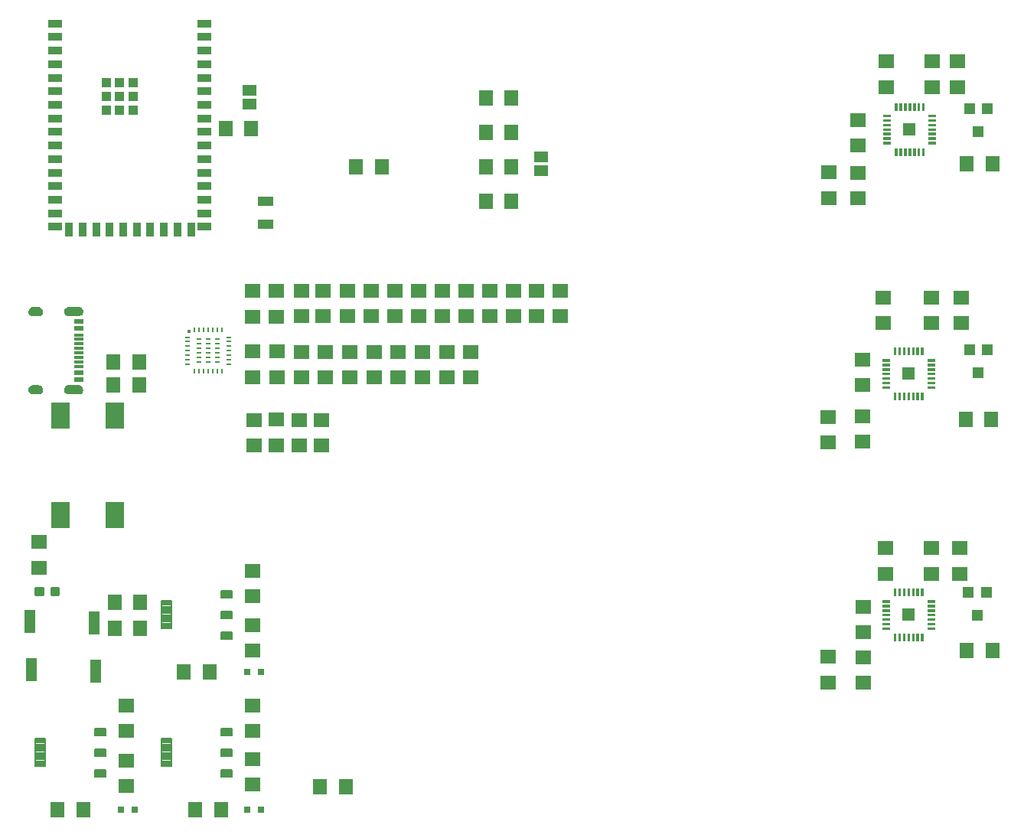
<source format=gbr>
G04 EAGLE Gerber RS-274X export*
G75*
%MOMM*%
%FSLAX34Y34*%
%LPD*%
%INSolderpaste Top*%
%IPPOS*%
%AMOC8*
5,1,8,0,0,1.08239X$1,22.5*%
G01*
%ADD10R,1.800000X1.600000*%
%ADD11C,0.300000*%
%ADD12R,1.000000X0.300000*%
%ADD13R,1.000000X0.600000*%
%ADD14R,1.803000X1.600000*%
%ADD15R,1.600000X1.803000*%
%ADD16R,1.500000X0.900000*%
%ADD17R,0.900000X1.500000*%
%ADD18R,1.100000X1.100000*%
%ADD19R,1.800000X1.000000*%
%ADD20R,2.000000X3.000000*%
%ADD21C,0.052000*%
%ADD22R,1.400000X1.400000*%
%ADD23R,0.560000X0.260000*%
%ADD24R,0.260000X0.560000*%
%ADD25R,0.400000X0.400000*%
%ADD26C,0.139500*%
%ADD27C,0.196500*%
%ADD28R,0.800000X0.800000*%
%ADD29R,1.600000X1.800000*%
%ADD30R,1.270000X2.540000*%
%ADD31R,1.300000X1.300000*%
%ADD32R,1.200000X1.250000*%
%ADD33R,1.600200X1.168400*%

G36*
X73005Y574054D02*
X73005Y574054D01*
X73008Y574051D01*
X74103Y574231D01*
X74109Y574237D01*
X74114Y574234D01*
X75142Y574653D01*
X75146Y574660D01*
X75151Y574658D01*
X76060Y575296D01*
X76063Y575303D01*
X76068Y575303D01*
X76812Y576126D01*
X76813Y576134D01*
X76819Y576135D01*
X77361Y577103D01*
X77360Y577112D01*
X77366Y577114D01*
X77679Y578178D01*
X77676Y578186D01*
X77681Y578189D01*
X77749Y579297D01*
X77745Y579304D01*
X77749Y579307D01*
X77579Y580415D01*
X77573Y580421D01*
X77576Y580426D01*
X77164Y581468D01*
X77157Y581472D01*
X77159Y581477D01*
X76525Y582402D01*
X76517Y582404D01*
X76518Y582410D01*
X75695Y583170D01*
X75686Y583171D01*
X75686Y583177D01*
X74714Y583734D01*
X74706Y583733D01*
X74704Y583739D01*
X73632Y584066D01*
X73624Y584063D01*
X73621Y584068D01*
X72504Y584149D01*
X72501Y584148D01*
X72500Y584149D01*
X60500Y584149D01*
X60497Y584147D01*
X60490Y584147D01*
X60489Y584148D01*
X59545Y583929D01*
X59539Y583923D01*
X59534Y583925D01*
X58662Y583502D01*
X58659Y583494D01*
X58653Y583496D01*
X57897Y582889D01*
X57895Y582881D01*
X57889Y582881D01*
X57288Y582121D01*
X57288Y582112D01*
X57282Y582111D01*
X56864Y581236D01*
X56866Y581228D01*
X56861Y581226D01*
X56649Y580280D01*
X56652Y580273D01*
X56647Y580269D01*
X56651Y579300D01*
X56651Y579299D01*
X56670Y578231D01*
X56675Y578224D01*
X56671Y578220D01*
X56927Y577183D01*
X56934Y577178D01*
X56931Y577172D01*
X57412Y576218D01*
X57419Y576215D01*
X57418Y576209D01*
X58099Y575386D01*
X58107Y575384D01*
X58107Y575378D01*
X58954Y574727D01*
X58962Y574727D01*
X58963Y574721D01*
X59934Y574274D01*
X59942Y574276D01*
X59944Y574271D01*
X60990Y574052D01*
X60997Y574055D01*
X61000Y574051D01*
X73000Y574051D01*
X73005Y574054D01*
G37*
G36*
X73005Y660455D02*
X73005Y660455D01*
X73008Y660451D01*
X74114Y660644D01*
X74119Y660649D01*
X74119Y660650D01*
X74124Y660647D01*
X75159Y661080D01*
X75163Y661087D01*
X75168Y661085D01*
X76081Y661738D01*
X76083Y661746D01*
X76089Y661745D01*
X76833Y662584D01*
X76834Y662593D01*
X76839Y662593D01*
X77378Y663577D01*
X77377Y663585D01*
X77378Y663586D01*
X77382Y663587D01*
X77383Y663589D01*
X77565Y664230D01*
X77689Y664666D01*
X77687Y664671D01*
X77689Y664673D01*
X77687Y664675D01*
X77691Y664677D01*
X77749Y665797D01*
X77746Y665802D01*
X77749Y665806D01*
X77631Y666851D01*
X77625Y666857D01*
X77629Y666862D01*
X77281Y667856D01*
X77274Y667860D01*
X77276Y667865D01*
X76716Y668757D01*
X76709Y668760D01*
X76709Y668765D01*
X75965Y669509D01*
X75957Y669511D01*
X75957Y669516D01*
X75065Y670076D01*
X75057Y670076D01*
X75056Y670081D01*
X74062Y670429D01*
X74054Y670426D01*
X74051Y670431D01*
X73006Y670549D01*
X73002Y670547D01*
X73000Y670549D01*
X61000Y670549D01*
X60997Y670547D01*
X60994Y670547D01*
X60992Y670549D01*
X59996Y670391D01*
X59990Y670385D01*
X59985Y670388D01*
X59049Y670013D01*
X59045Y670006D01*
X59039Y670008D01*
X58210Y669434D01*
X58207Y669426D01*
X58202Y669427D01*
X57521Y668683D01*
X57520Y668674D01*
X57514Y668674D01*
X57016Y667797D01*
X57017Y667789D01*
X57012Y667786D01*
X56824Y667162D01*
X56721Y666821D01*
X56722Y666818D01*
X56721Y666817D01*
X56724Y666813D01*
X56719Y666810D01*
X56651Y665803D01*
X56652Y665801D01*
X56651Y665800D01*
X56660Y664719D01*
X56665Y664712D01*
X56661Y664708D01*
X56911Y663656D01*
X56917Y663651D01*
X56914Y663646D01*
X57391Y662676D01*
X57399Y662673D01*
X57397Y662667D01*
X58078Y661828D01*
X58086Y661826D01*
X58086Y661820D01*
X58937Y661154D01*
X58945Y661153D01*
X58946Y661148D01*
X59923Y660687D01*
X59931Y660689D01*
X59934Y660684D01*
X60989Y660452D01*
X60997Y660455D01*
X61000Y660451D01*
X73000Y660451D01*
X73005Y660455D01*
G37*
G36*
X28204Y574054D02*
X28204Y574054D01*
X28206Y574051D01*
X29339Y574201D01*
X29345Y574207D01*
X29350Y574204D01*
X30420Y574602D01*
X30424Y574609D01*
X30430Y574607D01*
X31385Y575234D01*
X31388Y575242D01*
X31393Y575241D01*
X32185Y576064D01*
X32186Y576072D01*
X32192Y576073D01*
X32781Y577052D01*
X32780Y577060D01*
X32785Y577062D01*
X33141Y578147D01*
X33139Y578155D01*
X33143Y578158D01*
X33249Y579295D01*
X33244Y579304D01*
X33248Y579309D01*
X33041Y580446D01*
X33035Y580452D01*
X33038Y580457D01*
X32583Y581519D01*
X32576Y581523D01*
X32578Y581529D01*
X31898Y582464D01*
X31890Y582466D01*
X31891Y582472D01*
X31020Y583232D01*
X31012Y583232D01*
X31011Y583238D01*
X29992Y583785D01*
X29984Y583784D01*
X29982Y583789D01*
X28868Y584096D01*
X28860Y584093D01*
X28857Y584098D01*
X27702Y584149D01*
X27701Y584148D01*
X27700Y584149D01*
X21700Y584149D01*
X21697Y584147D01*
X21692Y584147D01*
X21691Y584148D01*
X20610Y583936D01*
X20605Y583930D01*
X20600Y583933D01*
X19594Y583486D01*
X19590Y583479D01*
X19584Y583481D01*
X18703Y582821D01*
X18700Y582813D01*
X18695Y582813D01*
X17982Y581974D01*
X17982Y581966D01*
X17976Y581965D01*
X17468Y580988D01*
X17469Y580980D01*
X17464Y580978D01*
X17186Y579913D01*
X17189Y579905D01*
X17185Y579902D01*
X17151Y578802D01*
X17155Y578796D01*
X17151Y578793D01*
X17306Y577718D01*
X17312Y577712D01*
X17309Y577707D01*
X17699Y576693D01*
X17706Y576689D01*
X17705Y576683D01*
X18311Y575781D01*
X18319Y575779D01*
X18318Y575773D01*
X19110Y575029D01*
X19118Y575028D01*
X19118Y575022D01*
X20056Y574473D01*
X20064Y574474D01*
X20066Y574468D01*
X21102Y574141D01*
X21110Y574144D01*
X21113Y574139D01*
X22196Y574051D01*
X22199Y574053D01*
X22200Y574051D01*
X28200Y574051D01*
X28204Y574054D01*
G37*
G36*
X28203Y660453D02*
X28203Y660453D01*
X28205Y660451D01*
X29297Y660552D01*
X29303Y660557D01*
X29308Y660554D01*
X30351Y660895D01*
X30356Y660902D01*
X30361Y660900D01*
X31302Y661464D01*
X31305Y661472D01*
X31311Y661471D01*
X32103Y662231D01*
X32104Y662239D01*
X32110Y662240D01*
X32713Y663157D01*
X32712Y663165D01*
X32718Y663167D01*
X33101Y664195D01*
X33099Y664203D01*
X33104Y664206D01*
X33249Y665294D01*
X33245Y665301D01*
X33249Y665305D01*
X33143Y666442D01*
X33138Y666448D01*
X33141Y666453D01*
X32785Y667538D01*
X32778Y667543D01*
X32781Y667548D01*
X32192Y668527D01*
X32184Y668530D01*
X32185Y668536D01*
X31393Y669359D01*
X31385Y669360D01*
X31385Y669366D01*
X30430Y669993D01*
X30422Y669992D01*
X30420Y669998D01*
X29350Y670396D01*
X29342Y670394D01*
X29339Y670399D01*
X28206Y670549D01*
X28203Y670547D01*
X28202Y670547D01*
X28200Y670549D01*
X22200Y670549D01*
X22197Y670547D01*
X22195Y670547D01*
X22194Y670549D01*
X21061Y670399D01*
X21055Y670393D01*
X21050Y670396D01*
X19980Y669998D01*
X19976Y669991D01*
X19970Y669993D01*
X19015Y669366D01*
X19012Y669358D01*
X19007Y669359D01*
X18215Y668536D01*
X18214Y668528D01*
X18208Y668527D01*
X17619Y667548D01*
X17620Y667540D01*
X17615Y667538D01*
X17259Y666453D01*
X17262Y666445D01*
X17257Y666442D01*
X17151Y665305D01*
X17155Y665298D01*
X17151Y665294D01*
X17296Y664206D01*
X17302Y664200D01*
X17299Y664195D01*
X17683Y663167D01*
X17689Y663162D01*
X17688Y663157D01*
X18290Y662240D01*
X18298Y662237D01*
X18297Y662231D01*
X19089Y661471D01*
X19097Y661470D01*
X19098Y661464D01*
X20039Y660900D01*
X20047Y660901D01*
X20049Y660895D01*
X21092Y660554D01*
X21100Y660556D01*
X21103Y660552D01*
X22196Y660451D01*
X22198Y660453D01*
X22200Y660451D01*
X28200Y660451D01*
X28203Y660453D01*
G37*
D10*
X345863Y621030D03*
X345863Y593030D03*
X319052Y621030D03*
X319052Y593030D03*
X343193Y660340D03*
X343193Y688340D03*
X318965Y660400D03*
X318965Y688400D03*
X316653Y517880D03*
X316653Y545880D03*
D11*
X43370Y359100D02*
X43370Y352100D01*
X43370Y359100D02*
X50370Y359100D01*
X50370Y352100D01*
X43370Y352100D01*
X43370Y354950D02*
X50370Y354950D01*
X50370Y357800D02*
X43370Y357800D01*
X25830Y359100D02*
X25830Y352100D01*
X25830Y359100D02*
X32830Y359100D01*
X32830Y352100D01*
X25830Y352100D01*
X25830Y354950D02*
X32830Y354950D01*
X32830Y357800D02*
X25830Y357800D01*
D12*
X72800Y614800D03*
X72800Y619800D03*
D13*
X72800Y590050D03*
X72800Y597800D03*
D12*
X72800Y604800D03*
X72800Y609800D03*
X72800Y629800D03*
X72800Y624800D03*
D13*
X72800Y654550D03*
X72800Y646800D03*
D12*
X72800Y639800D03*
X72800Y634800D03*
D14*
X291677Y546100D03*
X291677Y517660D03*
X265430Y660120D03*
X265430Y688560D03*
X291612Y660120D03*
X291612Y688560D03*
D15*
X368300Y139700D03*
X339860Y139700D03*
X112530Y344170D03*
X140970Y344170D03*
X140970Y314960D03*
X112530Y314960D03*
D14*
X29210Y382270D03*
X29210Y410710D03*
D15*
X111260Y609600D03*
X139700Y609600D03*
X139700Y584200D03*
X111260Y584200D03*
D16*
X47040Y984270D03*
X47040Y969270D03*
X47040Y954270D03*
X47040Y939270D03*
X47040Y924270D03*
X47040Y909270D03*
X47040Y894270D03*
X47040Y879270D03*
X47040Y864270D03*
X47040Y849270D03*
X47040Y834270D03*
X47040Y819270D03*
X47040Y804270D03*
X47040Y789270D03*
X47040Y774270D03*
X47040Y759270D03*
D17*
X62040Y756670D03*
X77040Y756670D03*
X92040Y756670D03*
X107040Y756670D03*
X122040Y756670D03*
X137040Y756670D03*
X152040Y756670D03*
X167040Y756670D03*
X182040Y756670D03*
X197040Y756670D03*
D16*
X211940Y759270D03*
X211940Y774270D03*
X211940Y789270D03*
X211940Y804270D03*
X211940Y819270D03*
X211940Y834270D03*
X211940Y849270D03*
X211940Y864270D03*
X211940Y879270D03*
X211940Y894270D03*
X211940Y909270D03*
X211940Y924270D03*
D18*
X118040Y903670D03*
D16*
X211940Y939270D03*
X211940Y954270D03*
X211940Y969270D03*
X211940Y984270D03*
D18*
X133040Y918670D03*
X118040Y918670D03*
X103040Y918670D03*
X103040Y903670D03*
X103040Y888670D03*
X118040Y888670D03*
X133040Y888670D03*
X133040Y903670D03*
D19*
X279400Y787200D03*
X279400Y762200D03*
D20*
X52700Y440300D03*
X112700Y440300D03*
X112700Y550300D03*
X52700Y550300D03*
D14*
X965200Y375420D03*
X965200Y403860D03*
X1016000Y375420D03*
X1016000Y403860D03*
D10*
X474882Y660340D03*
X474882Y688340D03*
X479919Y593030D03*
X479919Y621030D03*
X506730Y593030D03*
X506730Y621030D03*
X527245Y660340D03*
X527245Y688340D03*
X941070Y255210D03*
X941070Y283210D03*
X941070Y339150D03*
X941070Y311150D03*
D14*
X1047750Y403860D03*
X1047750Y375420D03*
D21*
X969340Y344160D02*
X961860Y344160D01*
X961860Y346240D01*
X969340Y346240D01*
X969340Y344160D01*
X969340Y344654D02*
X961860Y344654D01*
X961860Y345148D02*
X969340Y345148D01*
X969340Y345642D02*
X961860Y345642D01*
X961860Y346136D02*
X969340Y346136D01*
X969340Y339160D02*
X961860Y339160D01*
X961860Y341240D01*
X969340Y341240D01*
X969340Y339160D01*
X969340Y339654D02*
X961860Y339654D01*
X961860Y340148D02*
X969340Y340148D01*
X969340Y340642D02*
X961860Y340642D01*
X961860Y341136D02*
X969340Y341136D01*
X969340Y334160D02*
X961860Y334160D01*
X961860Y336240D01*
X969340Y336240D01*
X969340Y334160D01*
X969340Y334654D02*
X961860Y334654D01*
X961860Y335148D02*
X969340Y335148D01*
X969340Y335642D02*
X961860Y335642D01*
X961860Y336136D02*
X969340Y336136D01*
X969340Y329160D02*
X961860Y329160D01*
X961860Y331240D01*
X969340Y331240D01*
X969340Y329160D01*
X969340Y329654D02*
X961860Y329654D01*
X961860Y330148D02*
X969340Y330148D01*
X969340Y330642D02*
X961860Y330642D01*
X961860Y331136D02*
X969340Y331136D01*
X969340Y324160D02*
X961860Y324160D01*
X961860Y326240D01*
X969340Y326240D01*
X969340Y324160D01*
X969340Y324654D02*
X961860Y324654D01*
X961860Y325148D02*
X969340Y325148D01*
X969340Y325642D02*
X961860Y325642D01*
X961860Y326136D02*
X969340Y326136D01*
X969340Y319160D02*
X961860Y319160D01*
X961860Y321240D01*
X969340Y321240D01*
X969340Y319160D01*
X969340Y319654D02*
X961860Y319654D01*
X961860Y320148D02*
X969340Y320148D01*
X969340Y320642D02*
X961860Y320642D01*
X961860Y321136D02*
X969340Y321136D01*
X969340Y314160D02*
X961860Y314160D01*
X961860Y316240D01*
X969340Y316240D01*
X969340Y314160D01*
X969340Y314654D02*
X961860Y314654D01*
X961860Y315148D02*
X969340Y315148D01*
X969340Y315642D02*
X961860Y315642D01*
X961860Y316136D02*
X969340Y316136D01*
X976640Y308940D02*
X976640Y301460D01*
X974560Y301460D01*
X974560Y308940D01*
X976640Y308940D01*
X976640Y301954D02*
X974560Y301954D01*
X974560Y302448D02*
X976640Y302448D01*
X976640Y302942D02*
X974560Y302942D01*
X974560Y303436D02*
X976640Y303436D01*
X976640Y303930D02*
X974560Y303930D01*
X974560Y304424D02*
X976640Y304424D01*
X976640Y304918D02*
X974560Y304918D01*
X974560Y305412D02*
X976640Y305412D01*
X976640Y305906D02*
X974560Y305906D01*
X974560Y306400D02*
X976640Y306400D01*
X976640Y306894D02*
X974560Y306894D01*
X974560Y307388D02*
X976640Y307388D01*
X976640Y307882D02*
X974560Y307882D01*
X974560Y308376D02*
X976640Y308376D01*
X976640Y308870D02*
X974560Y308870D01*
X981640Y308940D02*
X981640Y301460D01*
X979560Y301460D01*
X979560Y308940D01*
X981640Y308940D01*
X981640Y301954D02*
X979560Y301954D01*
X979560Y302448D02*
X981640Y302448D01*
X981640Y302942D02*
X979560Y302942D01*
X979560Y303436D02*
X981640Y303436D01*
X981640Y303930D02*
X979560Y303930D01*
X979560Y304424D02*
X981640Y304424D01*
X981640Y304918D02*
X979560Y304918D01*
X979560Y305412D02*
X981640Y305412D01*
X981640Y305906D02*
X979560Y305906D01*
X979560Y306400D02*
X981640Y306400D01*
X981640Y306894D02*
X979560Y306894D01*
X979560Y307388D02*
X981640Y307388D01*
X981640Y307882D02*
X979560Y307882D01*
X979560Y308376D02*
X981640Y308376D01*
X981640Y308870D02*
X979560Y308870D01*
X986640Y308940D02*
X986640Y301460D01*
X984560Y301460D01*
X984560Y308940D01*
X986640Y308940D01*
X986640Y301954D02*
X984560Y301954D01*
X984560Y302448D02*
X986640Y302448D01*
X986640Y302942D02*
X984560Y302942D01*
X984560Y303436D02*
X986640Y303436D01*
X986640Y303930D02*
X984560Y303930D01*
X984560Y304424D02*
X986640Y304424D01*
X986640Y304918D02*
X984560Y304918D01*
X984560Y305412D02*
X986640Y305412D01*
X986640Y305906D02*
X984560Y305906D01*
X984560Y306400D02*
X986640Y306400D01*
X986640Y306894D02*
X984560Y306894D01*
X984560Y307388D02*
X986640Y307388D01*
X986640Y307882D02*
X984560Y307882D01*
X984560Y308376D02*
X986640Y308376D01*
X986640Y308870D02*
X984560Y308870D01*
X991640Y308940D02*
X991640Y301460D01*
X989560Y301460D01*
X989560Y308940D01*
X991640Y308940D01*
X991640Y301954D02*
X989560Y301954D01*
X989560Y302448D02*
X991640Y302448D01*
X991640Y302942D02*
X989560Y302942D01*
X989560Y303436D02*
X991640Y303436D01*
X991640Y303930D02*
X989560Y303930D01*
X989560Y304424D02*
X991640Y304424D01*
X991640Y304918D02*
X989560Y304918D01*
X989560Y305412D02*
X991640Y305412D01*
X991640Y305906D02*
X989560Y305906D01*
X989560Y306400D02*
X991640Y306400D01*
X991640Y306894D02*
X989560Y306894D01*
X989560Y307388D02*
X991640Y307388D01*
X991640Y307882D02*
X989560Y307882D01*
X989560Y308376D02*
X991640Y308376D01*
X991640Y308870D02*
X989560Y308870D01*
X996640Y308940D02*
X996640Y301460D01*
X994560Y301460D01*
X994560Y308940D01*
X996640Y308940D01*
X996640Y301954D02*
X994560Y301954D01*
X994560Y302448D02*
X996640Y302448D01*
X996640Y302942D02*
X994560Y302942D01*
X994560Y303436D02*
X996640Y303436D01*
X996640Y303930D02*
X994560Y303930D01*
X994560Y304424D02*
X996640Y304424D01*
X996640Y304918D02*
X994560Y304918D01*
X994560Y305412D02*
X996640Y305412D01*
X996640Y305906D02*
X994560Y305906D01*
X994560Y306400D02*
X996640Y306400D01*
X996640Y306894D02*
X994560Y306894D01*
X994560Y307388D02*
X996640Y307388D01*
X996640Y307882D02*
X994560Y307882D01*
X994560Y308376D02*
X996640Y308376D01*
X996640Y308870D02*
X994560Y308870D01*
X1001640Y308940D02*
X1001640Y301460D01*
X999560Y301460D01*
X999560Y308940D01*
X1001640Y308940D01*
X1001640Y301954D02*
X999560Y301954D01*
X999560Y302448D02*
X1001640Y302448D01*
X1001640Y302942D02*
X999560Y302942D01*
X999560Y303436D02*
X1001640Y303436D01*
X1001640Y303930D02*
X999560Y303930D01*
X999560Y304424D02*
X1001640Y304424D01*
X1001640Y304918D02*
X999560Y304918D01*
X999560Y305412D02*
X1001640Y305412D01*
X1001640Y305906D02*
X999560Y305906D01*
X999560Y306400D02*
X1001640Y306400D01*
X1001640Y306894D02*
X999560Y306894D01*
X999560Y307388D02*
X1001640Y307388D01*
X1001640Y307882D02*
X999560Y307882D01*
X999560Y308376D02*
X1001640Y308376D01*
X1001640Y308870D02*
X999560Y308870D01*
X1006640Y308940D02*
X1006640Y301460D01*
X1004560Y301460D01*
X1004560Y308940D01*
X1006640Y308940D01*
X1006640Y301954D02*
X1004560Y301954D01*
X1004560Y302448D02*
X1006640Y302448D01*
X1006640Y302942D02*
X1004560Y302942D01*
X1004560Y303436D02*
X1006640Y303436D01*
X1006640Y303930D02*
X1004560Y303930D01*
X1004560Y304424D02*
X1006640Y304424D01*
X1006640Y304918D02*
X1004560Y304918D01*
X1004560Y305412D02*
X1006640Y305412D01*
X1006640Y305906D02*
X1004560Y305906D01*
X1004560Y306400D02*
X1006640Y306400D01*
X1006640Y306894D02*
X1004560Y306894D01*
X1004560Y307388D02*
X1006640Y307388D01*
X1006640Y307882D02*
X1004560Y307882D01*
X1004560Y308376D02*
X1006640Y308376D01*
X1006640Y308870D02*
X1004560Y308870D01*
X1011860Y316240D02*
X1019340Y316240D01*
X1019340Y314160D01*
X1011860Y314160D01*
X1011860Y316240D01*
X1011860Y314654D02*
X1019340Y314654D01*
X1019340Y315148D02*
X1011860Y315148D01*
X1011860Y315642D02*
X1019340Y315642D01*
X1019340Y316136D02*
X1011860Y316136D01*
X1011860Y321240D02*
X1019340Y321240D01*
X1019340Y319160D01*
X1011860Y319160D01*
X1011860Y321240D01*
X1011860Y319654D02*
X1019340Y319654D01*
X1019340Y320148D02*
X1011860Y320148D01*
X1011860Y320642D02*
X1019340Y320642D01*
X1019340Y321136D02*
X1011860Y321136D01*
X1011860Y326240D02*
X1019340Y326240D01*
X1019340Y324160D01*
X1011860Y324160D01*
X1011860Y326240D01*
X1011860Y324654D02*
X1019340Y324654D01*
X1019340Y325148D02*
X1011860Y325148D01*
X1011860Y325642D02*
X1019340Y325642D01*
X1019340Y326136D02*
X1011860Y326136D01*
X1011860Y331240D02*
X1019340Y331240D01*
X1019340Y329160D01*
X1011860Y329160D01*
X1011860Y331240D01*
X1011860Y329654D02*
X1019340Y329654D01*
X1019340Y330148D02*
X1011860Y330148D01*
X1011860Y330642D02*
X1019340Y330642D01*
X1019340Y331136D02*
X1011860Y331136D01*
X1011860Y336240D02*
X1019340Y336240D01*
X1019340Y334160D01*
X1011860Y334160D01*
X1011860Y336240D01*
X1011860Y334654D02*
X1019340Y334654D01*
X1019340Y335148D02*
X1011860Y335148D01*
X1011860Y335642D02*
X1019340Y335642D01*
X1019340Y336136D02*
X1011860Y336136D01*
X1011860Y341240D02*
X1019340Y341240D01*
X1019340Y339160D01*
X1011860Y339160D01*
X1011860Y341240D01*
X1011860Y339654D02*
X1019340Y339654D01*
X1019340Y340148D02*
X1011860Y340148D01*
X1011860Y340642D02*
X1019340Y340642D01*
X1019340Y341136D02*
X1011860Y341136D01*
X1011860Y346240D02*
X1019340Y346240D01*
X1019340Y344160D01*
X1011860Y344160D01*
X1011860Y346240D01*
X1011860Y344654D02*
X1019340Y344654D01*
X1019340Y345148D02*
X1011860Y345148D01*
X1011860Y345642D02*
X1019340Y345642D01*
X1019340Y346136D02*
X1011860Y346136D01*
X1004560Y351460D02*
X1004560Y358940D01*
X1006640Y358940D01*
X1006640Y351460D01*
X1004560Y351460D01*
X1004560Y351954D02*
X1006640Y351954D01*
X1006640Y352448D02*
X1004560Y352448D01*
X1004560Y352942D02*
X1006640Y352942D01*
X1006640Y353436D02*
X1004560Y353436D01*
X1004560Y353930D02*
X1006640Y353930D01*
X1006640Y354424D02*
X1004560Y354424D01*
X1004560Y354918D02*
X1006640Y354918D01*
X1006640Y355412D02*
X1004560Y355412D01*
X1004560Y355906D02*
X1006640Y355906D01*
X1006640Y356400D02*
X1004560Y356400D01*
X1004560Y356894D02*
X1006640Y356894D01*
X1006640Y357388D02*
X1004560Y357388D01*
X1004560Y357882D02*
X1006640Y357882D01*
X1006640Y358376D02*
X1004560Y358376D01*
X1004560Y358870D02*
X1006640Y358870D01*
X999560Y358940D02*
X999560Y351460D01*
X999560Y358940D02*
X1001640Y358940D01*
X1001640Y351460D01*
X999560Y351460D01*
X999560Y351954D02*
X1001640Y351954D01*
X1001640Y352448D02*
X999560Y352448D01*
X999560Y352942D02*
X1001640Y352942D01*
X1001640Y353436D02*
X999560Y353436D01*
X999560Y353930D02*
X1001640Y353930D01*
X1001640Y354424D02*
X999560Y354424D01*
X999560Y354918D02*
X1001640Y354918D01*
X1001640Y355412D02*
X999560Y355412D01*
X999560Y355906D02*
X1001640Y355906D01*
X1001640Y356400D02*
X999560Y356400D01*
X999560Y356894D02*
X1001640Y356894D01*
X1001640Y357388D02*
X999560Y357388D01*
X999560Y357882D02*
X1001640Y357882D01*
X1001640Y358376D02*
X999560Y358376D01*
X999560Y358870D02*
X1001640Y358870D01*
X994560Y358940D02*
X994560Y351460D01*
X994560Y358940D02*
X996640Y358940D01*
X996640Y351460D01*
X994560Y351460D01*
X994560Y351954D02*
X996640Y351954D01*
X996640Y352448D02*
X994560Y352448D01*
X994560Y352942D02*
X996640Y352942D01*
X996640Y353436D02*
X994560Y353436D01*
X994560Y353930D02*
X996640Y353930D01*
X996640Y354424D02*
X994560Y354424D01*
X994560Y354918D02*
X996640Y354918D01*
X996640Y355412D02*
X994560Y355412D01*
X994560Y355906D02*
X996640Y355906D01*
X996640Y356400D02*
X994560Y356400D01*
X994560Y356894D02*
X996640Y356894D01*
X996640Y357388D02*
X994560Y357388D01*
X994560Y357882D02*
X996640Y357882D01*
X996640Y358376D02*
X994560Y358376D01*
X994560Y358870D02*
X996640Y358870D01*
X989560Y358940D02*
X989560Y351460D01*
X989560Y358940D02*
X991640Y358940D01*
X991640Y351460D01*
X989560Y351460D01*
X989560Y351954D02*
X991640Y351954D01*
X991640Y352448D02*
X989560Y352448D01*
X989560Y352942D02*
X991640Y352942D01*
X991640Y353436D02*
X989560Y353436D01*
X989560Y353930D02*
X991640Y353930D01*
X991640Y354424D02*
X989560Y354424D01*
X989560Y354918D02*
X991640Y354918D01*
X991640Y355412D02*
X989560Y355412D01*
X989560Y355906D02*
X991640Y355906D01*
X991640Y356400D02*
X989560Y356400D01*
X989560Y356894D02*
X991640Y356894D01*
X991640Y357388D02*
X989560Y357388D01*
X989560Y357882D02*
X991640Y357882D01*
X991640Y358376D02*
X989560Y358376D01*
X989560Y358870D02*
X991640Y358870D01*
X984560Y358940D02*
X984560Y351460D01*
X984560Y358940D02*
X986640Y358940D01*
X986640Y351460D01*
X984560Y351460D01*
X984560Y351954D02*
X986640Y351954D01*
X986640Y352448D02*
X984560Y352448D01*
X984560Y352942D02*
X986640Y352942D01*
X986640Y353436D02*
X984560Y353436D01*
X984560Y353930D02*
X986640Y353930D01*
X986640Y354424D02*
X984560Y354424D01*
X984560Y354918D02*
X986640Y354918D01*
X986640Y355412D02*
X984560Y355412D01*
X984560Y355906D02*
X986640Y355906D01*
X986640Y356400D02*
X984560Y356400D01*
X984560Y356894D02*
X986640Y356894D01*
X986640Y357388D02*
X984560Y357388D01*
X984560Y357882D02*
X986640Y357882D01*
X986640Y358376D02*
X984560Y358376D01*
X984560Y358870D02*
X986640Y358870D01*
X979560Y358940D02*
X979560Y351460D01*
X979560Y358940D02*
X981640Y358940D01*
X981640Y351460D01*
X979560Y351460D01*
X979560Y351954D02*
X981640Y351954D01*
X981640Y352448D02*
X979560Y352448D01*
X979560Y352942D02*
X981640Y352942D01*
X981640Y353436D02*
X979560Y353436D01*
X979560Y353930D02*
X981640Y353930D01*
X981640Y354424D02*
X979560Y354424D01*
X979560Y354918D02*
X981640Y354918D01*
X981640Y355412D02*
X979560Y355412D01*
X979560Y355906D02*
X981640Y355906D01*
X981640Y356400D02*
X979560Y356400D01*
X979560Y356894D02*
X981640Y356894D01*
X981640Y357388D02*
X979560Y357388D01*
X979560Y357882D02*
X981640Y357882D01*
X981640Y358376D02*
X979560Y358376D01*
X979560Y358870D02*
X981640Y358870D01*
X974560Y358940D02*
X974560Y351460D01*
X974560Y358940D02*
X976640Y358940D01*
X976640Y351460D01*
X974560Y351460D01*
X974560Y351954D02*
X976640Y351954D01*
X976640Y352448D02*
X974560Y352448D01*
X974560Y352942D02*
X976640Y352942D01*
X976640Y353436D02*
X974560Y353436D01*
X974560Y353930D02*
X976640Y353930D01*
X976640Y354424D02*
X974560Y354424D01*
X974560Y354918D02*
X976640Y354918D01*
X976640Y355412D02*
X974560Y355412D01*
X974560Y355906D02*
X976640Y355906D01*
X976640Y356400D02*
X974560Y356400D01*
X974560Y356894D02*
X976640Y356894D01*
X976640Y357388D02*
X974560Y357388D01*
X974560Y357882D02*
X976640Y357882D01*
X976640Y358376D02*
X974560Y358376D01*
X974560Y358870D02*
X976640Y358870D01*
D22*
X990600Y330200D03*
D15*
X1055370Y290830D03*
X1083810Y290830D03*
D14*
X901700Y255270D03*
X901700Y283710D03*
D10*
X605790Y660340D03*
X605790Y688340D03*
X501064Y660340D03*
X501064Y688340D03*
D14*
X962660Y652780D03*
X962660Y681220D03*
X1016000Y652780D03*
X1016000Y681220D03*
D10*
X396338Y660340D03*
X396338Y688340D03*
X399485Y593030D03*
X399485Y621030D03*
X453108Y593030D03*
X453108Y621030D03*
X553427Y660340D03*
X553427Y688340D03*
X939800Y521910D03*
X939800Y549910D03*
X939800Y612200D03*
X939800Y584200D03*
D14*
X1049020Y681220D03*
X1049020Y652780D03*
D21*
X969340Y610860D02*
X961860Y610860D01*
X961860Y612940D01*
X969340Y612940D01*
X969340Y610860D01*
X969340Y611354D02*
X961860Y611354D01*
X961860Y611848D02*
X969340Y611848D01*
X969340Y612342D02*
X961860Y612342D01*
X961860Y612836D02*
X969340Y612836D01*
X969340Y605860D02*
X961860Y605860D01*
X961860Y607940D01*
X969340Y607940D01*
X969340Y605860D01*
X969340Y606354D02*
X961860Y606354D01*
X961860Y606848D02*
X969340Y606848D01*
X969340Y607342D02*
X961860Y607342D01*
X961860Y607836D02*
X969340Y607836D01*
X969340Y600860D02*
X961860Y600860D01*
X961860Y602940D01*
X969340Y602940D01*
X969340Y600860D01*
X969340Y601354D02*
X961860Y601354D01*
X961860Y601848D02*
X969340Y601848D01*
X969340Y602342D02*
X961860Y602342D01*
X961860Y602836D02*
X969340Y602836D01*
X969340Y595860D02*
X961860Y595860D01*
X961860Y597940D01*
X969340Y597940D01*
X969340Y595860D01*
X969340Y596354D02*
X961860Y596354D01*
X961860Y596848D02*
X969340Y596848D01*
X969340Y597342D02*
X961860Y597342D01*
X961860Y597836D02*
X969340Y597836D01*
X969340Y590860D02*
X961860Y590860D01*
X961860Y592940D01*
X969340Y592940D01*
X969340Y590860D01*
X969340Y591354D02*
X961860Y591354D01*
X961860Y591848D02*
X969340Y591848D01*
X969340Y592342D02*
X961860Y592342D01*
X961860Y592836D02*
X969340Y592836D01*
X969340Y585860D02*
X961860Y585860D01*
X961860Y587940D01*
X969340Y587940D01*
X969340Y585860D01*
X969340Y586354D02*
X961860Y586354D01*
X961860Y586848D02*
X969340Y586848D01*
X969340Y587342D02*
X961860Y587342D01*
X961860Y587836D02*
X969340Y587836D01*
X969340Y580860D02*
X961860Y580860D01*
X961860Y582940D01*
X969340Y582940D01*
X969340Y580860D01*
X969340Y581354D02*
X961860Y581354D01*
X961860Y581848D02*
X969340Y581848D01*
X969340Y582342D02*
X961860Y582342D01*
X961860Y582836D02*
X969340Y582836D01*
X976640Y575640D02*
X976640Y568160D01*
X974560Y568160D01*
X974560Y575640D01*
X976640Y575640D01*
X976640Y568654D02*
X974560Y568654D01*
X974560Y569148D02*
X976640Y569148D01*
X976640Y569642D02*
X974560Y569642D01*
X974560Y570136D02*
X976640Y570136D01*
X976640Y570630D02*
X974560Y570630D01*
X974560Y571124D02*
X976640Y571124D01*
X976640Y571618D02*
X974560Y571618D01*
X974560Y572112D02*
X976640Y572112D01*
X976640Y572606D02*
X974560Y572606D01*
X974560Y573100D02*
X976640Y573100D01*
X976640Y573594D02*
X974560Y573594D01*
X974560Y574088D02*
X976640Y574088D01*
X976640Y574582D02*
X974560Y574582D01*
X974560Y575076D02*
X976640Y575076D01*
X976640Y575570D02*
X974560Y575570D01*
X981640Y575640D02*
X981640Y568160D01*
X979560Y568160D01*
X979560Y575640D01*
X981640Y575640D01*
X981640Y568654D02*
X979560Y568654D01*
X979560Y569148D02*
X981640Y569148D01*
X981640Y569642D02*
X979560Y569642D01*
X979560Y570136D02*
X981640Y570136D01*
X981640Y570630D02*
X979560Y570630D01*
X979560Y571124D02*
X981640Y571124D01*
X981640Y571618D02*
X979560Y571618D01*
X979560Y572112D02*
X981640Y572112D01*
X981640Y572606D02*
X979560Y572606D01*
X979560Y573100D02*
X981640Y573100D01*
X981640Y573594D02*
X979560Y573594D01*
X979560Y574088D02*
X981640Y574088D01*
X981640Y574582D02*
X979560Y574582D01*
X979560Y575076D02*
X981640Y575076D01*
X981640Y575570D02*
X979560Y575570D01*
X986640Y575640D02*
X986640Y568160D01*
X984560Y568160D01*
X984560Y575640D01*
X986640Y575640D01*
X986640Y568654D02*
X984560Y568654D01*
X984560Y569148D02*
X986640Y569148D01*
X986640Y569642D02*
X984560Y569642D01*
X984560Y570136D02*
X986640Y570136D01*
X986640Y570630D02*
X984560Y570630D01*
X984560Y571124D02*
X986640Y571124D01*
X986640Y571618D02*
X984560Y571618D01*
X984560Y572112D02*
X986640Y572112D01*
X986640Y572606D02*
X984560Y572606D01*
X984560Y573100D02*
X986640Y573100D01*
X986640Y573594D02*
X984560Y573594D01*
X984560Y574088D02*
X986640Y574088D01*
X986640Y574582D02*
X984560Y574582D01*
X984560Y575076D02*
X986640Y575076D01*
X986640Y575570D02*
X984560Y575570D01*
X991640Y575640D02*
X991640Y568160D01*
X989560Y568160D01*
X989560Y575640D01*
X991640Y575640D01*
X991640Y568654D02*
X989560Y568654D01*
X989560Y569148D02*
X991640Y569148D01*
X991640Y569642D02*
X989560Y569642D01*
X989560Y570136D02*
X991640Y570136D01*
X991640Y570630D02*
X989560Y570630D01*
X989560Y571124D02*
X991640Y571124D01*
X991640Y571618D02*
X989560Y571618D01*
X989560Y572112D02*
X991640Y572112D01*
X991640Y572606D02*
X989560Y572606D01*
X989560Y573100D02*
X991640Y573100D01*
X991640Y573594D02*
X989560Y573594D01*
X989560Y574088D02*
X991640Y574088D01*
X991640Y574582D02*
X989560Y574582D01*
X989560Y575076D02*
X991640Y575076D01*
X991640Y575570D02*
X989560Y575570D01*
X996640Y575640D02*
X996640Y568160D01*
X994560Y568160D01*
X994560Y575640D01*
X996640Y575640D01*
X996640Y568654D02*
X994560Y568654D01*
X994560Y569148D02*
X996640Y569148D01*
X996640Y569642D02*
X994560Y569642D01*
X994560Y570136D02*
X996640Y570136D01*
X996640Y570630D02*
X994560Y570630D01*
X994560Y571124D02*
X996640Y571124D01*
X996640Y571618D02*
X994560Y571618D01*
X994560Y572112D02*
X996640Y572112D01*
X996640Y572606D02*
X994560Y572606D01*
X994560Y573100D02*
X996640Y573100D01*
X996640Y573594D02*
X994560Y573594D01*
X994560Y574088D02*
X996640Y574088D01*
X996640Y574582D02*
X994560Y574582D01*
X994560Y575076D02*
X996640Y575076D01*
X996640Y575570D02*
X994560Y575570D01*
X1001640Y575640D02*
X1001640Y568160D01*
X999560Y568160D01*
X999560Y575640D01*
X1001640Y575640D01*
X1001640Y568654D02*
X999560Y568654D01*
X999560Y569148D02*
X1001640Y569148D01*
X1001640Y569642D02*
X999560Y569642D01*
X999560Y570136D02*
X1001640Y570136D01*
X1001640Y570630D02*
X999560Y570630D01*
X999560Y571124D02*
X1001640Y571124D01*
X1001640Y571618D02*
X999560Y571618D01*
X999560Y572112D02*
X1001640Y572112D01*
X1001640Y572606D02*
X999560Y572606D01*
X999560Y573100D02*
X1001640Y573100D01*
X1001640Y573594D02*
X999560Y573594D01*
X999560Y574088D02*
X1001640Y574088D01*
X1001640Y574582D02*
X999560Y574582D01*
X999560Y575076D02*
X1001640Y575076D01*
X1001640Y575570D02*
X999560Y575570D01*
X1006640Y575640D02*
X1006640Y568160D01*
X1004560Y568160D01*
X1004560Y575640D01*
X1006640Y575640D01*
X1006640Y568654D02*
X1004560Y568654D01*
X1004560Y569148D02*
X1006640Y569148D01*
X1006640Y569642D02*
X1004560Y569642D01*
X1004560Y570136D02*
X1006640Y570136D01*
X1006640Y570630D02*
X1004560Y570630D01*
X1004560Y571124D02*
X1006640Y571124D01*
X1006640Y571618D02*
X1004560Y571618D01*
X1004560Y572112D02*
X1006640Y572112D01*
X1006640Y572606D02*
X1004560Y572606D01*
X1004560Y573100D02*
X1006640Y573100D01*
X1006640Y573594D02*
X1004560Y573594D01*
X1004560Y574088D02*
X1006640Y574088D01*
X1006640Y574582D02*
X1004560Y574582D01*
X1004560Y575076D02*
X1006640Y575076D01*
X1006640Y575570D02*
X1004560Y575570D01*
X1011860Y582940D02*
X1019340Y582940D01*
X1019340Y580860D01*
X1011860Y580860D01*
X1011860Y582940D01*
X1011860Y581354D02*
X1019340Y581354D01*
X1019340Y581848D02*
X1011860Y581848D01*
X1011860Y582342D02*
X1019340Y582342D01*
X1019340Y582836D02*
X1011860Y582836D01*
X1011860Y587940D02*
X1019340Y587940D01*
X1019340Y585860D01*
X1011860Y585860D01*
X1011860Y587940D01*
X1011860Y586354D02*
X1019340Y586354D01*
X1019340Y586848D02*
X1011860Y586848D01*
X1011860Y587342D02*
X1019340Y587342D01*
X1019340Y587836D02*
X1011860Y587836D01*
X1011860Y592940D02*
X1019340Y592940D01*
X1019340Y590860D01*
X1011860Y590860D01*
X1011860Y592940D01*
X1011860Y591354D02*
X1019340Y591354D01*
X1019340Y591848D02*
X1011860Y591848D01*
X1011860Y592342D02*
X1019340Y592342D01*
X1019340Y592836D02*
X1011860Y592836D01*
X1011860Y597940D02*
X1019340Y597940D01*
X1019340Y595860D01*
X1011860Y595860D01*
X1011860Y597940D01*
X1011860Y596354D02*
X1019340Y596354D01*
X1019340Y596848D02*
X1011860Y596848D01*
X1011860Y597342D02*
X1019340Y597342D01*
X1019340Y597836D02*
X1011860Y597836D01*
X1011860Y602940D02*
X1019340Y602940D01*
X1019340Y600860D01*
X1011860Y600860D01*
X1011860Y602940D01*
X1011860Y601354D02*
X1019340Y601354D01*
X1019340Y601848D02*
X1011860Y601848D01*
X1011860Y602342D02*
X1019340Y602342D01*
X1019340Y602836D02*
X1011860Y602836D01*
X1011860Y607940D02*
X1019340Y607940D01*
X1019340Y605860D01*
X1011860Y605860D01*
X1011860Y607940D01*
X1011860Y606354D02*
X1019340Y606354D01*
X1019340Y606848D02*
X1011860Y606848D01*
X1011860Y607342D02*
X1019340Y607342D01*
X1019340Y607836D02*
X1011860Y607836D01*
X1011860Y612940D02*
X1019340Y612940D01*
X1019340Y610860D01*
X1011860Y610860D01*
X1011860Y612940D01*
X1011860Y611354D02*
X1019340Y611354D01*
X1019340Y611848D02*
X1011860Y611848D01*
X1011860Y612342D02*
X1019340Y612342D01*
X1019340Y612836D02*
X1011860Y612836D01*
X1004560Y618160D02*
X1004560Y625640D01*
X1006640Y625640D01*
X1006640Y618160D01*
X1004560Y618160D01*
X1004560Y618654D02*
X1006640Y618654D01*
X1006640Y619148D02*
X1004560Y619148D01*
X1004560Y619642D02*
X1006640Y619642D01*
X1006640Y620136D02*
X1004560Y620136D01*
X1004560Y620630D02*
X1006640Y620630D01*
X1006640Y621124D02*
X1004560Y621124D01*
X1004560Y621618D02*
X1006640Y621618D01*
X1006640Y622112D02*
X1004560Y622112D01*
X1004560Y622606D02*
X1006640Y622606D01*
X1006640Y623100D02*
X1004560Y623100D01*
X1004560Y623594D02*
X1006640Y623594D01*
X1006640Y624088D02*
X1004560Y624088D01*
X1004560Y624582D02*
X1006640Y624582D01*
X1006640Y625076D02*
X1004560Y625076D01*
X1004560Y625570D02*
X1006640Y625570D01*
X999560Y625640D02*
X999560Y618160D01*
X999560Y625640D02*
X1001640Y625640D01*
X1001640Y618160D01*
X999560Y618160D01*
X999560Y618654D02*
X1001640Y618654D01*
X1001640Y619148D02*
X999560Y619148D01*
X999560Y619642D02*
X1001640Y619642D01*
X1001640Y620136D02*
X999560Y620136D01*
X999560Y620630D02*
X1001640Y620630D01*
X1001640Y621124D02*
X999560Y621124D01*
X999560Y621618D02*
X1001640Y621618D01*
X1001640Y622112D02*
X999560Y622112D01*
X999560Y622606D02*
X1001640Y622606D01*
X1001640Y623100D02*
X999560Y623100D01*
X999560Y623594D02*
X1001640Y623594D01*
X1001640Y624088D02*
X999560Y624088D01*
X999560Y624582D02*
X1001640Y624582D01*
X1001640Y625076D02*
X999560Y625076D01*
X999560Y625570D02*
X1001640Y625570D01*
X994560Y625640D02*
X994560Y618160D01*
X994560Y625640D02*
X996640Y625640D01*
X996640Y618160D01*
X994560Y618160D01*
X994560Y618654D02*
X996640Y618654D01*
X996640Y619148D02*
X994560Y619148D01*
X994560Y619642D02*
X996640Y619642D01*
X996640Y620136D02*
X994560Y620136D01*
X994560Y620630D02*
X996640Y620630D01*
X996640Y621124D02*
X994560Y621124D01*
X994560Y621618D02*
X996640Y621618D01*
X996640Y622112D02*
X994560Y622112D01*
X994560Y622606D02*
X996640Y622606D01*
X996640Y623100D02*
X994560Y623100D01*
X994560Y623594D02*
X996640Y623594D01*
X996640Y624088D02*
X994560Y624088D01*
X994560Y624582D02*
X996640Y624582D01*
X996640Y625076D02*
X994560Y625076D01*
X994560Y625570D02*
X996640Y625570D01*
X989560Y625640D02*
X989560Y618160D01*
X989560Y625640D02*
X991640Y625640D01*
X991640Y618160D01*
X989560Y618160D01*
X989560Y618654D02*
X991640Y618654D01*
X991640Y619148D02*
X989560Y619148D01*
X989560Y619642D02*
X991640Y619642D01*
X991640Y620136D02*
X989560Y620136D01*
X989560Y620630D02*
X991640Y620630D01*
X991640Y621124D02*
X989560Y621124D01*
X989560Y621618D02*
X991640Y621618D01*
X991640Y622112D02*
X989560Y622112D01*
X989560Y622606D02*
X991640Y622606D01*
X991640Y623100D02*
X989560Y623100D01*
X989560Y623594D02*
X991640Y623594D01*
X991640Y624088D02*
X989560Y624088D01*
X989560Y624582D02*
X991640Y624582D01*
X991640Y625076D02*
X989560Y625076D01*
X989560Y625570D02*
X991640Y625570D01*
X984560Y625640D02*
X984560Y618160D01*
X984560Y625640D02*
X986640Y625640D01*
X986640Y618160D01*
X984560Y618160D01*
X984560Y618654D02*
X986640Y618654D01*
X986640Y619148D02*
X984560Y619148D01*
X984560Y619642D02*
X986640Y619642D01*
X986640Y620136D02*
X984560Y620136D01*
X984560Y620630D02*
X986640Y620630D01*
X986640Y621124D02*
X984560Y621124D01*
X984560Y621618D02*
X986640Y621618D01*
X986640Y622112D02*
X984560Y622112D01*
X984560Y622606D02*
X986640Y622606D01*
X986640Y623100D02*
X984560Y623100D01*
X984560Y623594D02*
X986640Y623594D01*
X986640Y624088D02*
X984560Y624088D01*
X984560Y624582D02*
X986640Y624582D01*
X986640Y625076D02*
X984560Y625076D01*
X984560Y625570D02*
X986640Y625570D01*
X979560Y625640D02*
X979560Y618160D01*
X979560Y625640D02*
X981640Y625640D01*
X981640Y618160D01*
X979560Y618160D01*
X979560Y618654D02*
X981640Y618654D01*
X981640Y619148D02*
X979560Y619148D01*
X979560Y619642D02*
X981640Y619642D01*
X981640Y620136D02*
X979560Y620136D01*
X979560Y620630D02*
X981640Y620630D01*
X981640Y621124D02*
X979560Y621124D01*
X979560Y621618D02*
X981640Y621618D01*
X981640Y622112D02*
X979560Y622112D01*
X979560Y622606D02*
X981640Y622606D01*
X981640Y623100D02*
X979560Y623100D01*
X979560Y623594D02*
X981640Y623594D01*
X981640Y624088D02*
X979560Y624088D01*
X979560Y624582D02*
X981640Y624582D01*
X981640Y625076D02*
X979560Y625076D01*
X979560Y625570D02*
X981640Y625570D01*
X974560Y625640D02*
X974560Y618160D01*
X974560Y625640D02*
X976640Y625640D01*
X976640Y618160D01*
X974560Y618160D01*
X974560Y618654D02*
X976640Y618654D01*
X976640Y619148D02*
X974560Y619148D01*
X974560Y619642D02*
X976640Y619642D01*
X976640Y620136D02*
X974560Y620136D01*
X974560Y620630D02*
X976640Y620630D01*
X976640Y621124D02*
X974560Y621124D01*
X974560Y621618D02*
X976640Y621618D01*
X976640Y622112D02*
X974560Y622112D01*
X974560Y622606D02*
X976640Y622606D01*
X976640Y623100D02*
X974560Y623100D01*
X974560Y623594D02*
X976640Y623594D01*
X976640Y624088D02*
X974560Y624088D01*
X974560Y624582D02*
X976640Y624582D01*
X976640Y625076D02*
X974560Y625076D01*
X974560Y625570D02*
X976640Y625570D01*
D22*
X990600Y596900D03*
D15*
X1054100Y546100D03*
X1082540Y546100D03*
D14*
X901700Y520700D03*
X901700Y549140D03*
D10*
X579608Y660340D03*
X579608Y688340D03*
X422519Y660340D03*
X422519Y688340D03*
D14*
X966470Y913900D03*
X966470Y942340D03*
X1017270Y913900D03*
X1017270Y942340D03*
D10*
X370156Y660340D03*
X370156Y688340D03*
X341630Y545880D03*
X341630Y517880D03*
X426297Y593030D03*
X426297Y621030D03*
X372674Y621030D03*
X372674Y593030D03*
X934720Y791150D03*
X934720Y819150D03*
X934720Y877630D03*
X934720Y849630D03*
D14*
X1045210Y942340D03*
X1045210Y913900D03*
D21*
X970610Y881370D02*
X963130Y881370D01*
X963130Y883450D01*
X970610Y883450D01*
X970610Y881370D01*
X970610Y881864D02*
X963130Y881864D01*
X963130Y882358D02*
X970610Y882358D01*
X970610Y882852D02*
X963130Y882852D01*
X963130Y883346D02*
X970610Y883346D01*
X970610Y876370D02*
X963130Y876370D01*
X963130Y878450D01*
X970610Y878450D01*
X970610Y876370D01*
X970610Y876864D02*
X963130Y876864D01*
X963130Y877358D02*
X970610Y877358D01*
X970610Y877852D02*
X963130Y877852D01*
X963130Y878346D02*
X970610Y878346D01*
X970610Y871370D02*
X963130Y871370D01*
X963130Y873450D01*
X970610Y873450D01*
X970610Y871370D01*
X970610Y871864D02*
X963130Y871864D01*
X963130Y872358D02*
X970610Y872358D01*
X970610Y872852D02*
X963130Y872852D01*
X963130Y873346D02*
X970610Y873346D01*
X970610Y866370D02*
X963130Y866370D01*
X963130Y868450D01*
X970610Y868450D01*
X970610Y866370D01*
X970610Y866864D02*
X963130Y866864D01*
X963130Y867358D02*
X970610Y867358D01*
X970610Y867852D02*
X963130Y867852D01*
X963130Y868346D02*
X970610Y868346D01*
X970610Y861370D02*
X963130Y861370D01*
X963130Y863450D01*
X970610Y863450D01*
X970610Y861370D01*
X970610Y861864D02*
X963130Y861864D01*
X963130Y862358D02*
X970610Y862358D01*
X970610Y862852D02*
X963130Y862852D01*
X963130Y863346D02*
X970610Y863346D01*
X970610Y856370D02*
X963130Y856370D01*
X963130Y858450D01*
X970610Y858450D01*
X970610Y856370D01*
X970610Y856864D02*
X963130Y856864D01*
X963130Y857358D02*
X970610Y857358D01*
X970610Y857852D02*
X963130Y857852D01*
X963130Y858346D02*
X970610Y858346D01*
X970610Y851370D02*
X963130Y851370D01*
X963130Y853450D01*
X970610Y853450D01*
X970610Y851370D01*
X970610Y851864D02*
X963130Y851864D01*
X963130Y852358D02*
X970610Y852358D01*
X970610Y852852D02*
X963130Y852852D01*
X963130Y853346D02*
X970610Y853346D01*
X977910Y846150D02*
X977910Y838670D01*
X975830Y838670D01*
X975830Y846150D01*
X977910Y846150D01*
X977910Y839164D02*
X975830Y839164D01*
X975830Y839658D02*
X977910Y839658D01*
X977910Y840152D02*
X975830Y840152D01*
X975830Y840646D02*
X977910Y840646D01*
X977910Y841140D02*
X975830Y841140D01*
X975830Y841634D02*
X977910Y841634D01*
X977910Y842128D02*
X975830Y842128D01*
X975830Y842622D02*
X977910Y842622D01*
X977910Y843116D02*
X975830Y843116D01*
X975830Y843610D02*
X977910Y843610D01*
X977910Y844104D02*
X975830Y844104D01*
X975830Y844598D02*
X977910Y844598D01*
X977910Y845092D02*
X975830Y845092D01*
X975830Y845586D02*
X977910Y845586D01*
X977910Y846080D02*
X975830Y846080D01*
X982910Y846150D02*
X982910Y838670D01*
X980830Y838670D01*
X980830Y846150D01*
X982910Y846150D01*
X982910Y839164D02*
X980830Y839164D01*
X980830Y839658D02*
X982910Y839658D01*
X982910Y840152D02*
X980830Y840152D01*
X980830Y840646D02*
X982910Y840646D01*
X982910Y841140D02*
X980830Y841140D01*
X980830Y841634D02*
X982910Y841634D01*
X982910Y842128D02*
X980830Y842128D01*
X980830Y842622D02*
X982910Y842622D01*
X982910Y843116D02*
X980830Y843116D01*
X980830Y843610D02*
X982910Y843610D01*
X982910Y844104D02*
X980830Y844104D01*
X980830Y844598D02*
X982910Y844598D01*
X982910Y845092D02*
X980830Y845092D01*
X980830Y845586D02*
X982910Y845586D01*
X982910Y846080D02*
X980830Y846080D01*
X987910Y846150D02*
X987910Y838670D01*
X985830Y838670D01*
X985830Y846150D01*
X987910Y846150D01*
X987910Y839164D02*
X985830Y839164D01*
X985830Y839658D02*
X987910Y839658D01*
X987910Y840152D02*
X985830Y840152D01*
X985830Y840646D02*
X987910Y840646D01*
X987910Y841140D02*
X985830Y841140D01*
X985830Y841634D02*
X987910Y841634D01*
X987910Y842128D02*
X985830Y842128D01*
X985830Y842622D02*
X987910Y842622D01*
X987910Y843116D02*
X985830Y843116D01*
X985830Y843610D02*
X987910Y843610D01*
X987910Y844104D02*
X985830Y844104D01*
X985830Y844598D02*
X987910Y844598D01*
X987910Y845092D02*
X985830Y845092D01*
X985830Y845586D02*
X987910Y845586D01*
X987910Y846080D02*
X985830Y846080D01*
X992910Y846150D02*
X992910Y838670D01*
X990830Y838670D01*
X990830Y846150D01*
X992910Y846150D01*
X992910Y839164D02*
X990830Y839164D01*
X990830Y839658D02*
X992910Y839658D01*
X992910Y840152D02*
X990830Y840152D01*
X990830Y840646D02*
X992910Y840646D01*
X992910Y841140D02*
X990830Y841140D01*
X990830Y841634D02*
X992910Y841634D01*
X992910Y842128D02*
X990830Y842128D01*
X990830Y842622D02*
X992910Y842622D01*
X992910Y843116D02*
X990830Y843116D01*
X990830Y843610D02*
X992910Y843610D01*
X992910Y844104D02*
X990830Y844104D01*
X990830Y844598D02*
X992910Y844598D01*
X992910Y845092D02*
X990830Y845092D01*
X990830Y845586D02*
X992910Y845586D01*
X992910Y846080D02*
X990830Y846080D01*
X997910Y846150D02*
X997910Y838670D01*
X995830Y838670D01*
X995830Y846150D01*
X997910Y846150D01*
X997910Y839164D02*
X995830Y839164D01*
X995830Y839658D02*
X997910Y839658D01*
X997910Y840152D02*
X995830Y840152D01*
X995830Y840646D02*
X997910Y840646D01*
X997910Y841140D02*
X995830Y841140D01*
X995830Y841634D02*
X997910Y841634D01*
X997910Y842128D02*
X995830Y842128D01*
X995830Y842622D02*
X997910Y842622D01*
X997910Y843116D02*
X995830Y843116D01*
X995830Y843610D02*
X997910Y843610D01*
X997910Y844104D02*
X995830Y844104D01*
X995830Y844598D02*
X997910Y844598D01*
X997910Y845092D02*
X995830Y845092D01*
X995830Y845586D02*
X997910Y845586D01*
X997910Y846080D02*
X995830Y846080D01*
X1002910Y846150D02*
X1002910Y838670D01*
X1000830Y838670D01*
X1000830Y846150D01*
X1002910Y846150D01*
X1002910Y839164D02*
X1000830Y839164D01*
X1000830Y839658D02*
X1002910Y839658D01*
X1002910Y840152D02*
X1000830Y840152D01*
X1000830Y840646D02*
X1002910Y840646D01*
X1002910Y841140D02*
X1000830Y841140D01*
X1000830Y841634D02*
X1002910Y841634D01*
X1002910Y842128D02*
X1000830Y842128D01*
X1000830Y842622D02*
X1002910Y842622D01*
X1002910Y843116D02*
X1000830Y843116D01*
X1000830Y843610D02*
X1002910Y843610D01*
X1002910Y844104D02*
X1000830Y844104D01*
X1000830Y844598D02*
X1002910Y844598D01*
X1002910Y845092D02*
X1000830Y845092D01*
X1000830Y845586D02*
X1002910Y845586D01*
X1002910Y846080D02*
X1000830Y846080D01*
X1007910Y846150D02*
X1007910Y838670D01*
X1005830Y838670D01*
X1005830Y846150D01*
X1007910Y846150D01*
X1007910Y839164D02*
X1005830Y839164D01*
X1005830Y839658D02*
X1007910Y839658D01*
X1007910Y840152D02*
X1005830Y840152D01*
X1005830Y840646D02*
X1007910Y840646D01*
X1007910Y841140D02*
X1005830Y841140D01*
X1005830Y841634D02*
X1007910Y841634D01*
X1007910Y842128D02*
X1005830Y842128D01*
X1005830Y842622D02*
X1007910Y842622D01*
X1007910Y843116D02*
X1005830Y843116D01*
X1005830Y843610D02*
X1007910Y843610D01*
X1007910Y844104D02*
X1005830Y844104D01*
X1005830Y844598D02*
X1007910Y844598D01*
X1007910Y845092D02*
X1005830Y845092D01*
X1005830Y845586D02*
X1007910Y845586D01*
X1007910Y846080D02*
X1005830Y846080D01*
X1013130Y853450D02*
X1020610Y853450D01*
X1020610Y851370D01*
X1013130Y851370D01*
X1013130Y853450D01*
X1013130Y851864D02*
X1020610Y851864D01*
X1020610Y852358D02*
X1013130Y852358D01*
X1013130Y852852D02*
X1020610Y852852D01*
X1020610Y853346D02*
X1013130Y853346D01*
X1013130Y858450D02*
X1020610Y858450D01*
X1020610Y856370D01*
X1013130Y856370D01*
X1013130Y858450D01*
X1013130Y856864D02*
X1020610Y856864D01*
X1020610Y857358D02*
X1013130Y857358D01*
X1013130Y857852D02*
X1020610Y857852D01*
X1020610Y858346D02*
X1013130Y858346D01*
X1013130Y863450D02*
X1020610Y863450D01*
X1020610Y861370D01*
X1013130Y861370D01*
X1013130Y863450D01*
X1013130Y861864D02*
X1020610Y861864D01*
X1020610Y862358D02*
X1013130Y862358D01*
X1013130Y862852D02*
X1020610Y862852D01*
X1020610Y863346D02*
X1013130Y863346D01*
X1013130Y868450D02*
X1020610Y868450D01*
X1020610Y866370D01*
X1013130Y866370D01*
X1013130Y868450D01*
X1013130Y866864D02*
X1020610Y866864D01*
X1020610Y867358D02*
X1013130Y867358D01*
X1013130Y867852D02*
X1020610Y867852D01*
X1020610Y868346D02*
X1013130Y868346D01*
X1013130Y873450D02*
X1020610Y873450D01*
X1020610Y871370D01*
X1013130Y871370D01*
X1013130Y873450D01*
X1013130Y871864D02*
X1020610Y871864D01*
X1020610Y872358D02*
X1013130Y872358D01*
X1013130Y872852D02*
X1020610Y872852D01*
X1020610Y873346D02*
X1013130Y873346D01*
X1013130Y878450D02*
X1020610Y878450D01*
X1020610Y876370D01*
X1013130Y876370D01*
X1013130Y878450D01*
X1013130Y876864D02*
X1020610Y876864D01*
X1020610Y877358D02*
X1013130Y877358D01*
X1013130Y877852D02*
X1020610Y877852D01*
X1020610Y878346D02*
X1013130Y878346D01*
X1013130Y883450D02*
X1020610Y883450D01*
X1020610Y881370D01*
X1013130Y881370D01*
X1013130Y883450D01*
X1013130Y881864D02*
X1020610Y881864D01*
X1020610Y882358D02*
X1013130Y882358D01*
X1013130Y882852D02*
X1020610Y882852D01*
X1020610Y883346D02*
X1013130Y883346D01*
X1005830Y888670D02*
X1005830Y896150D01*
X1007910Y896150D01*
X1007910Y888670D01*
X1005830Y888670D01*
X1005830Y889164D02*
X1007910Y889164D01*
X1007910Y889658D02*
X1005830Y889658D01*
X1005830Y890152D02*
X1007910Y890152D01*
X1007910Y890646D02*
X1005830Y890646D01*
X1005830Y891140D02*
X1007910Y891140D01*
X1007910Y891634D02*
X1005830Y891634D01*
X1005830Y892128D02*
X1007910Y892128D01*
X1007910Y892622D02*
X1005830Y892622D01*
X1005830Y893116D02*
X1007910Y893116D01*
X1007910Y893610D02*
X1005830Y893610D01*
X1005830Y894104D02*
X1007910Y894104D01*
X1007910Y894598D02*
X1005830Y894598D01*
X1005830Y895092D02*
X1007910Y895092D01*
X1007910Y895586D02*
X1005830Y895586D01*
X1005830Y896080D02*
X1007910Y896080D01*
X1000830Y896150D02*
X1000830Y888670D01*
X1000830Y896150D02*
X1002910Y896150D01*
X1002910Y888670D01*
X1000830Y888670D01*
X1000830Y889164D02*
X1002910Y889164D01*
X1002910Y889658D02*
X1000830Y889658D01*
X1000830Y890152D02*
X1002910Y890152D01*
X1002910Y890646D02*
X1000830Y890646D01*
X1000830Y891140D02*
X1002910Y891140D01*
X1002910Y891634D02*
X1000830Y891634D01*
X1000830Y892128D02*
X1002910Y892128D01*
X1002910Y892622D02*
X1000830Y892622D01*
X1000830Y893116D02*
X1002910Y893116D01*
X1002910Y893610D02*
X1000830Y893610D01*
X1000830Y894104D02*
X1002910Y894104D01*
X1002910Y894598D02*
X1000830Y894598D01*
X1000830Y895092D02*
X1002910Y895092D01*
X1002910Y895586D02*
X1000830Y895586D01*
X1000830Y896080D02*
X1002910Y896080D01*
X995830Y896150D02*
X995830Y888670D01*
X995830Y896150D02*
X997910Y896150D01*
X997910Y888670D01*
X995830Y888670D01*
X995830Y889164D02*
X997910Y889164D01*
X997910Y889658D02*
X995830Y889658D01*
X995830Y890152D02*
X997910Y890152D01*
X997910Y890646D02*
X995830Y890646D01*
X995830Y891140D02*
X997910Y891140D01*
X997910Y891634D02*
X995830Y891634D01*
X995830Y892128D02*
X997910Y892128D01*
X997910Y892622D02*
X995830Y892622D01*
X995830Y893116D02*
X997910Y893116D01*
X997910Y893610D02*
X995830Y893610D01*
X995830Y894104D02*
X997910Y894104D01*
X997910Y894598D02*
X995830Y894598D01*
X995830Y895092D02*
X997910Y895092D01*
X997910Y895586D02*
X995830Y895586D01*
X995830Y896080D02*
X997910Y896080D01*
X990830Y896150D02*
X990830Y888670D01*
X990830Y896150D02*
X992910Y896150D01*
X992910Y888670D01*
X990830Y888670D01*
X990830Y889164D02*
X992910Y889164D01*
X992910Y889658D02*
X990830Y889658D01*
X990830Y890152D02*
X992910Y890152D01*
X992910Y890646D02*
X990830Y890646D01*
X990830Y891140D02*
X992910Y891140D01*
X992910Y891634D02*
X990830Y891634D01*
X990830Y892128D02*
X992910Y892128D01*
X992910Y892622D02*
X990830Y892622D01*
X990830Y893116D02*
X992910Y893116D01*
X992910Y893610D02*
X990830Y893610D01*
X990830Y894104D02*
X992910Y894104D01*
X992910Y894598D02*
X990830Y894598D01*
X990830Y895092D02*
X992910Y895092D01*
X992910Y895586D02*
X990830Y895586D01*
X990830Y896080D02*
X992910Y896080D01*
X985830Y896150D02*
X985830Y888670D01*
X985830Y896150D02*
X987910Y896150D01*
X987910Y888670D01*
X985830Y888670D01*
X985830Y889164D02*
X987910Y889164D01*
X987910Y889658D02*
X985830Y889658D01*
X985830Y890152D02*
X987910Y890152D01*
X987910Y890646D02*
X985830Y890646D01*
X985830Y891140D02*
X987910Y891140D01*
X987910Y891634D02*
X985830Y891634D01*
X985830Y892128D02*
X987910Y892128D01*
X987910Y892622D02*
X985830Y892622D01*
X985830Y893116D02*
X987910Y893116D01*
X987910Y893610D02*
X985830Y893610D01*
X985830Y894104D02*
X987910Y894104D01*
X987910Y894598D02*
X985830Y894598D01*
X985830Y895092D02*
X987910Y895092D01*
X987910Y895586D02*
X985830Y895586D01*
X985830Y896080D02*
X987910Y896080D01*
X980830Y896150D02*
X980830Y888670D01*
X980830Y896150D02*
X982910Y896150D01*
X982910Y888670D01*
X980830Y888670D01*
X980830Y889164D02*
X982910Y889164D01*
X982910Y889658D02*
X980830Y889658D01*
X980830Y890152D02*
X982910Y890152D01*
X982910Y890646D02*
X980830Y890646D01*
X980830Y891140D02*
X982910Y891140D01*
X982910Y891634D02*
X980830Y891634D01*
X980830Y892128D02*
X982910Y892128D01*
X982910Y892622D02*
X980830Y892622D01*
X980830Y893116D02*
X982910Y893116D01*
X982910Y893610D02*
X980830Y893610D01*
X980830Y894104D02*
X982910Y894104D01*
X982910Y894598D02*
X980830Y894598D01*
X980830Y895092D02*
X982910Y895092D01*
X982910Y895586D02*
X980830Y895586D01*
X980830Y896080D02*
X982910Y896080D01*
X975830Y896150D02*
X975830Y888670D01*
X975830Y896150D02*
X977910Y896150D01*
X977910Y888670D01*
X975830Y888670D01*
X975830Y889164D02*
X977910Y889164D01*
X977910Y889658D02*
X975830Y889658D01*
X975830Y890152D02*
X977910Y890152D01*
X977910Y890646D02*
X975830Y890646D01*
X975830Y891140D02*
X977910Y891140D01*
X977910Y891634D02*
X975830Y891634D01*
X975830Y892128D02*
X977910Y892128D01*
X977910Y892622D02*
X975830Y892622D01*
X975830Y893116D02*
X977910Y893116D01*
X977910Y893610D02*
X975830Y893610D01*
X975830Y894104D02*
X977910Y894104D01*
X977910Y894598D02*
X975830Y894598D01*
X975830Y895092D02*
X977910Y895092D01*
X977910Y895586D02*
X975830Y895586D01*
X975830Y896080D02*
X977910Y896080D01*
D22*
X991870Y867410D03*
D15*
X1055370Y829310D03*
X1083810Y829310D03*
D14*
X902970Y791210D03*
X902970Y819650D03*
D10*
X448701Y660340D03*
X448701Y688340D03*
X266700Y517880D03*
X266700Y545880D03*
D23*
X192900Y637300D03*
X192900Y632300D03*
X192900Y627300D03*
X192900Y622300D03*
X192900Y617300D03*
X192900Y612300D03*
X192900Y607300D03*
D24*
X200900Y599300D03*
X205900Y599300D03*
X210900Y599300D03*
X215900Y599300D03*
X220900Y599300D03*
X225900Y599300D03*
X230900Y599300D03*
D23*
X238900Y607300D03*
X238900Y612300D03*
X238900Y617300D03*
X238900Y622300D03*
X238900Y627300D03*
X238900Y632300D03*
X238900Y637300D03*
D24*
X230900Y645300D03*
X225900Y645300D03*
X220900Y645300D03*
X215900Y645300D03*
X210900Y645300D03*
X205900Y645300D03*
X200900Y645300D03*
D23*
X205900Y634800D03*
X215900Y634800D03*
X225900Y634800D03*
X205900Y629800D03*
X215900Y629800D03*
X225900Y629800D03*
X205900Y624800D03*
X215900Y624800D03*
X225900Y624800D03*
X205900Y619800D03*
X215900Y619800D03*
X225900Y619800D03*
X205900Y614800D03*
X215900Y614800D03*
X225900Y614800D03*
X205900Y609800D03*
X215900Y609800D03*
X225900Y609800D03*
D25*
X194900Y643300D03*
D14*
X292241Y621250D03*
X292241Y592810D03*
D26*
X102803Y158853D02*
X91097Y158853D01*
X102803Y158853D02*
X102803Y150947D01*
X91097Y150947D01*
X91097Y158853D01*
X91097Y152272D02*
X102803Y152272D01*
X102803Y153597D02*
X91097Y153597D01*
X91097Y154922D02*
X102803Y154922D01*
X102803Y156247D02*
X91097Y156247D01*
X91097Y157572D02*
X102803Y157572D01*
X102803Y181753D02*
X91097Y181753D01*
X102803Y181753D02*
X102803Y173847D01*
X91097Y173847D01*
X91097Y181753D01*
X91097Y175172D02*
X102803Y175172D01*
X102803Y176497D02*
X91097Y176497D01*
X91097Y177822D02*
X102803Y177822D01*
X102803Y179147D02*
X91097Y179147D01*
X91097Y180472D02*
X102803Y180472D01*
X102803Y204653D02*
X91097Y204653D01*
X102803Y204653D02*
X102803Y196747D01*
X91097Y196747D01*
X91097Y204653D01*
X91097Y198072D02*
X102803Y198072D01*
X102803Y199397D02*
X91097Y199397D01*
X91097Y200722D02*
X102803Y200722D01*
X102803Y202047D02*
X91097Y202047D01*
X91097Y203372D02*
X102803Y203372D01*
D27*
X35618Y193018D02*
X24482Y193018D01*
X35618Y193018D02*
X35618Y162582D01*
X24482Y162582D01*
X24482Y193018D01*
X24482Y164449D02*
X35618Y164449D01*
X35618Y166316D02*
X24482Y166316D01*
X24482Y168183D02*
X35618Y168183D01*
X35618Y170050D02*
X24482Y170050D01*
X24482Y171917D02*
X35618Y171917D01*
X35618Y173784D02*
X24482Y173784D01*
X24482Y175651D02*
X35618Y175651D01*
X35618Y177518D02*
X24482Y177518D01*
X24482Y179385D02*
X35618Y179385D01*
X35618Y181252D02*
X24482Y181252D01*
X24482Y183119D02*
X35618Y183119D01*
X35618Y184986D02*
X24482Y184986D01*
X24482Y186853D02*
X35618Y186853D01*
X35618Y188720D02*
X24482Y188720D01*
X24482Y190587D02*
X35618Y190587D01*
X35618Y192454D02*
X24482Y192454D01*
D14*
X265430Y621250D03*
X265430Y592810D03*
D10*
X125584Y229900D03*
X125584Y201900D03*
X125584Y168940D03*
X125584Y140940D03*
D28*
X134500Y114300D03*
X119500Y114300D03*
D15*
X77720Y114300D03*
X49280Y114300D03*
D26*
X230797Y158853D02*
X242503Y158853D01*
X242503Y150947D01*
X230797Y150947D01*
X230797Y158853D01*
X230797Y152272D02*
X242503Y152272D01*
X242503Y153597D02*
X230797Y153597D01*
X230797Y154922D02*
X242503Y154922D01*
X242503Y156247D02*
X230797Y156247D01*
X230797Y157572D02*
X242503Y157572D01*
X242503Y181753D02*
X230797Y181753D01*
X242503Y181753D02*
X242503Y173847D01*
X230797Y173847D01*
X230797Y181753D01*
X230797Y175172D02*
X242503Y175172D01*
X242503Y176497D02*
X230797Y176497D01*
X230797Y177822D02*
X242503Y177822D01*
X242503Y179147D02*
X230797Y179147D01*
X230797Y180472D02*
X242503Y180472D01*
X242503Y204653D02*
X230797Y204653D01*
X242503Y204653D02*
X242503Y196747D01*
X230797Y196747D01*
X230797Y204653D01*
X230797Y198072D02*
X242503Y198072D01*
X242503Y199397D02*
X230797Y199397D01*
X230797Y200722D02*
X242503Y200722D01*
X242503Y202047D02*
X230797Y202047D01*
X230797Y203372D02*
X242503Y203372D01*
D27*
X175318Y193018D02*
X164182Y193018D01*
X175318Y193018D02*
X175318Y162582D01*
X164182Y162582D01*
X164182Y193018D01*
X164182Y164449D02*
X175318Y164449D01*
X175318Y166316D02*
X164182Y166316D01*
X164182Y168183D02*
X175318Y168183D01*
X175318Y170050D02*
X164182Y170050D01*
X164182Y171917D02*
X175318Y171917D01*
X175318Y173784D02*
X164182Y173784D01*
X164182Y175651D02*
X175318Y175651D01*
X175318Y177518D02*
X164182Y177518D01*
X164182Y179385D02*
X175318Y179385D01*
X175318Y181252D02*
X164182Y181252D01*
X164182Y183119D02*
X175318Y183119D01*
X175318Y184986D02*
X164182Y184986D01*
X164182Y186853D02*
X175318Y186853D01*
X175318Y188720D02*
X164182Y188720D01*
X164182Y190587D02*
X175318Y190587D01*
X175318Y192454D02*
X164182Y192454D01*
D10*
X265284Y229900D03*
X265284Y201900D03*
X265284Y170210D03*
X265284Y142210D03*
D28*
X274200Y114300D03*
X259200Y114300D03*
D15*
X230120Y114300D03*
X201680Y114300D03*
D26*
X230797Y311253D02*
X242503Y311253D01*
X242503Y303347D01*
X230797Y303347D01*
X230797Y311253D01*
X230797Y304672D02*
X242503Y304672D01*
X242503Y305997D02*
X230797Y305997D01*
X230797Y307322D02*
X242503Y307322D01*
X242503Y308647D02*
X230797Y308647D01*
X230797Y309972D02*
X242503Y309972D01*
X242503Y334153D02*
X230797Y334153D01*
X242503Y334153D02*
X242503Y326247D01*
X230797Y326247D01*
X230797Y334153D01*
X230797Y327572D02*
X242503Y327572D01*
X242503Y328897D02*
X230797Y328897D01*
X230797Y330222D02*
X242503Y330222D01*
X242503Y331547D02*
X230797Y331547D01*
X230797Y332872D02*
X242503Y332872D01*
X242503Y357053D02*
X230797Y357053D01*
X242503Y357053D02*
X242503Y349147D01*
X230797Y349147D01*
X230797Y357053D01*
X230797Y350472D02*
X242503Y350472D01*
X242503Y351797D02*
X230797Y351797D01*
X230797Y353122D02*
X242503Y353122D01*
X242503Y354447D02*
X230797Y354447D01*
X230797Y355772D02*
X242503Y355772D01*
D27*
X175318Y345418D02*
X164182Y345418D01*
X175318Y345418D02*
X175318Y314982D01*
X164182Y314982D01*
X164182Y345418D01*
X164182Y316849D02*
X175318Y316849D01*
X175318Y318716D02*
X164182Y318716D01*
X164182Y320583D02*
X175318Y320583D01*
X175318Y322450D02*
X164182Y322450D01*
X164182Y324317D02*
X175318Y324317D01*
X175318Y326184D02*
X164182Y326184D01*
X164182Y328051D02*
X175318Y328051D01*
X175318Y329918D02*
X164182Y329918D01*
X164182Y331785D02*
X175318Y331785D01*
X175318Y333652D02*
X164182Y333652D01*
X164182Y335519D02*
X175318Y335519D01*
X175318Y337386D02*
X164182Y337386D01*
X164182Y339253D02*
X175318Y339253D01*
X175318Y341120D02*
X164182Y341120D01*
X164182Y342987D02*
X175318Y342987D01*
X175318Y344854D02*
X164182Y344854D01*
D10*
X265284Y378490D03*
X265284Y350490D03*
X265284Y318800D03*
X265284Y290800D03*
D28*
X274200Y266700D03*
X259200Y266700D03*
D15*
X217420Y266700D03*
X188980Y266700D03*
X522990Y825500D03*
X551430Y825500D03*
X522990Y863600D03*
X551430Y863600D03*
X522990Y901700D03*
X551430Y901700D03*
D29*
X523210Y787400D03*
X551210Y787400D03*
D30*
X20320Y269240D03*
X91440Y267970D03*
X19050Y322580D03*
X90170Y321310D03*
D15*
X379480Y825500D03*
X407920Y825500D03*
D31*
X1066800Y329900D03*
D32*
X1076800Y355150D03*
X1056800Y355150D03*
D31*
X1068070Y597870D03*
D32*
X1078070Y623120D03*
X1058070Y623120D03*
D31*
X1068070Y864570D03*
D32*
X1078070Y889820D03*
X1058070Y889820D03*
D29*
X235140Y867730D03*
X263140Y867730D03*
D33*
X261770Y894800D03*
X261770Y910040D03*
X584390Y821770D03*
X584390Y837010D03*
M02*

</source>
